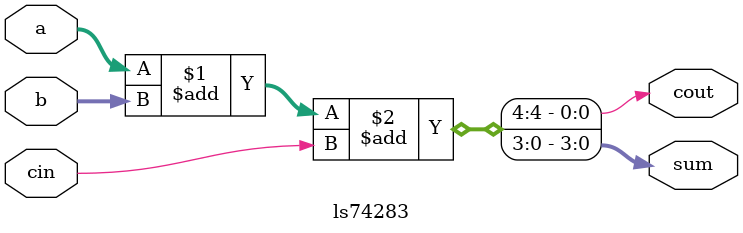
<source format=v>

module ls74283 (
    input [3:0] a,
    input [3:0] b,
    input cin,
    output [3:0] sum,
    output cout
);

    assign {cout, sum} = a + b + cin;

endmodule

</source>
